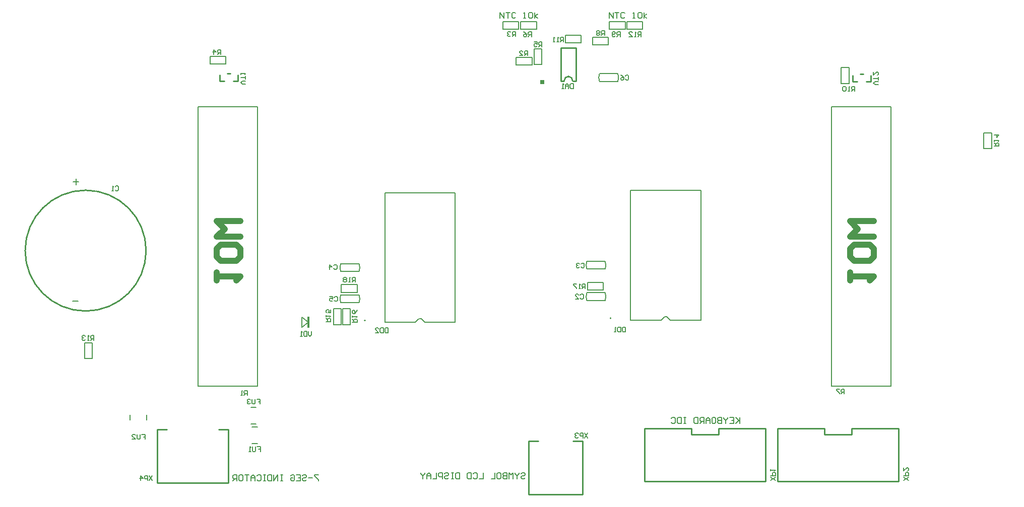
<source format=gbo>
G04 Layer_Color=32896*
%FSLAX24Y24*%
%MOIN*%
G70*
G01*
G75*
%ADD10C,0.0079*%
%ADD11C,0.0100*%
%ADD12C,0.0394*%
%ADD54C,0.0070*%
G36*
X25624Y27465D02*
X25514D01*
Y28185D01*
X25624D01*
Y27465D01*
D02*
G37*
G36*
X41163Y43604D02*
X40913D01*
Y43854D01*
X41163D01*
Y43604D01*
D02*
G37*
D10*
X45575Y28094D02*
G03*
X45575Y28094I-35J0D01*
G01*
X29325Y27944D02*
G03*
X29325Y27944I-35J0D01*
G01*
X9961Y29242D02*
X10315D01*
X10010Y37146D02*
X10364D01*
X10187Y36939D02*
Y37343D01*
X21831Y20886D02*
X22185D01*
X21831Y19783D02*
X22185D01*
X25144Y27495D02*
X25574Y27825D01*
X25144Y28155D02*
X25574Y27825D01*
X25144Y27495D02*
Y28155D01*
X21752Y22205D02*
X22106D01*
X21752Y21102D02*
X22106D01*
X13770Y21348D02*
Y21703D01*
X14872Y21348D02*
Y21703D01*
X18258Y23593D02*
Y42106D01*
Y23593D02*
X20236D01*
X22195D02*
Y42106D01*
X20236Y23593D02*
X22195D01*
X18258Y42106D02*
X20226D01*
X22195D01*
X49132Y28202D02*
X49270D01*
X48891Y27966D02*
X49127Y28202D01*
X49275D02*
X49511Y27966D01*
X46872D02*
X48891D01*
X49511D02*
X51530D01*
Y36559D01*
X46872D02*
X51530D01*
X46872Y27966D02*
Y36559D01*
X32882Y28052D02*
X33020D01*
X32641Y27816D02*
X32877Y28052D01*
X33025D02*
X33261Y27816D01*
X30622D02*
X32641D01*
X33261D02*
X35280D01*
Y36409D01*
X30622D02*
X35280D01*
X30622Y27816D02*
Y36409D01*
X60148Y23593D02*
Y42106D01*
Y23593D02*
X62126D01*
X64085D02*
Y42106D01*
X62126Y23593D02*
X64085D01*
X60148Y42106D02*
X62116D01*
X64085D01*
X45453Y47953D02*
Y48346D01*
X45715Y47953D01*
Y48346D01*
X45846D02*
X46109D01*
X45978D01*
Y47953D01*
X46502Y48281D02*
X46437Y48346D01*
X46305D01*
X46240Y48281D01*
Y48018D01*
X46305Y47953D01*
X46437D01*
X46502Y48018D01*
X47027Y47953D02*
X47158D01*
X47093D01*
Y48346D01*
X47027Y48281D01*
X47355D02*
X47421Y48346D01*
X47552D01*
X47617Y48281D01*
Y48018D01*
X47552Y47953D01*
X47421D01*
X47355Y48018D01*
Y48281D01*
X47749Y47953D02*
Y48346D01*
Y48084D02*
X47945Y48215D01*
X47749Y48084D02*
X47945Y47953D01*
X38228D02*
Y48346D01*
X38491Y47953D01*
Y48346D01*
X38622D02*
X38884D01*
X38753D01*
Y47953D01*
X39278Y48281D02*
X39212Y48346D01*
X39081D01*
X39015Y48281D01*
Y48018D01*
X39081Y47953D01*
X39212D01*
X39278Y48018D01*
X39803Y47953D02*
X39934D01*
X39868D01*
Y48346D01*
X39803Y48281D01*
X40131D02*
X40196Y48346D01*
X40327D01*
X40393Y48281D01*
Y48018D01*
X40327Y47953D01*
X40196D01*
X40131Y48018D01*
Y48281D01*
X40524Y47953D02*
Y48346D01*
Y48084D02*
X40721Y48215D01*
X40524Y48084D02*
X40721Y47953D01*
X54085Y21516D02*
Y21122D01*
Y21253D01*
X53822Y21516D01*
X54019Y21319D01*
X53822Y21122D01*
X53429Y21516D02*
X53691D01*
Y21122D01*
X53429D01*
X53691Y21319D02*
X53560D01*
X53298Y21516D02*
Y21450D01*
X53166Y21319D01*
X53035Y21450D01*
Y21516D01*
X53166Y21319D02*
Y21122D01*
X52904Y21516D02*
Y21122D01*
X52707D01*
X52642Y21188D01*
Y21253D01*
X52707Y21319D01*
X52904D01*
X52707D01*
X52642Y21384D01*
Y21450D01*
X52707Y21516D01*
X52904D01*
X52314D02*
X52445D01*
X52510Y21450D01*
Y21188D01*
X52445Y21122D01*
X52314D01*
X52248Y21188D01*
Y21450D01*
X52314Y21516D01*
X52117Y21122D02*
Y21384D01*
X51986Y21516D01*
X51854Y21384D01*
Y21122D01*
Y21319D01*
X52117D01*
X51723Y21122D02*
Y21516D01*
X51526D01*
X51461Y21450D01*
Y21319D01*
X51526Y21253D01*
X51723D01*
X51592D02*
X51461Y21122D01*
X51330Y21516D02*
Y21122D01*
X51133D01*
X51067Y21188D01*
Y21450D01*
X51133Y21516D01*
X51330D01*
X50542D02*
X50411D01*
X50477D01*
Y21122D01*
X50542D01*
X50411D01*
X50215Y21516D02*
Y21122D01*
X50018D01*
X49952Y21188D01*
Y21450D01*
X50018Y21516D01*
X50215D01*
X49559Y21450D02*
X49624Y21516D01*
X49755D01*
X49821Y21450D01*
Y21188D01*
X49755Y21122D01*
X49624D01*
X49559Y21188D01*
X39620Y17789D02*
X39685Y17854D01*
X39816D01*
X39882Y17789D01*
Y17723D01*
X39816Y17657D01*
X39685D01*
X39620Y17592D01*
Y17526D01*
X39685Y17461D01*
X39816D01*
X39882Y17526D01*
X39488Y17854D02*
Y17789D01*
X39357Y17657D01*
X39226Y17789D01*
Y17854D01*
X39357Y17657D02*
Y17461D01*
X39095D02*
Y17854D01*
X38964Y17723D01*
X38832Y17854D01*
Y17461D01*
X38701Y17854D02*
Y17461D01*
X38504D01*
X38439Y17526D01*
Y17592D01*
X38504Y17657D01*
X38701D01*
X38504D01*
X38439Y17723D01*
Y17789D01*
X38504Y17854D01*
X38701D01*
X38111D02*
X38242D01*
X38308Y17789D01*
Y17526D01*
X38242Y17461D01*
X38111D01*
X38045Y17526D01*
Y17789D01*
X38111Y17854D01*
X37914D02*
Y17461D01*
X37652D01*
X37127Y17854D02*
Y17461D01*
X36864D01*
X36471Y17789D02*
X36537Y17854D01*
X36668D01*
X36733Y17789D01*
Y17526D01*
X36668Y17461D01*
X36537D01*
X36471Y17526D01*
X36340Y17854D02*
Y17461D01*
X36143D01*
X36077Y17526D01*
Y17789D01*
X36143Y17854D01*
X36340D01*
X35553D02*
Y17461D01*
X35356D01*
X35290Y17526D01*
Y17789D01*
X35356Y17854D01*
X35553D01*
X35159D02*
X35028D01*
X35093D01*
Y17461D01*
X35159D01*
X35028D01*
X34569Y17789D02*
X34634Y17854D01*
X34765D01*
X34831Y17789D01*
Y17723D01*
X34765Y17657D01*
X34634D01*
X34569Y17592D01*
Y17526D01*
X34634Y17461D01*
X34765D01*
X34831Y17526D01*
X34437Y17461D02*
Y17854D01*
X34241D01*
X34175Y17789D01*
Y17657D01*
X34241Y17592D01*
X34437D01*
X34044Y17854D02*
Y17461D01*
X33781D01*
X33650D02*
Y17723D01*
X33519Y17854D01*
X33388Y17723D01*
Y17461D01*
Y17657D01*
X33650D01*
X33257Y17854D02*
Y17789D01*
X33126Y17657D01*
X32994Y17789D01*
Y17854D01*
X33126Y17657D02*
Y17461D01*
X26220Y17736D02*
X25958D01*
Y17671D01*
X26220Y17408D01*
Y17343D01*
X25827Y17539D02*
X25565D01*
X25171Y17671D02*
X25237Y17736D01*
X25368D01*
X25433Y17671D01*
Y17605D01*
X25368Y17539D01*
X25237D01*
X25171Y17474D01*
Y17408D01*
X25237Y17343D01*
X25368D01*
X25433Y17408D01*
X24777Y17736D02*
X25040D01*
Y17343D01*
X24777D01*
X25040Y17539D02*
X24909D01*
X24384Y17671D02*
X24449Y17736D01*
X24581D01*
X24646Y17671D01*
Y17408D01*
X24581Y17343D01*
X24449D01*
X24384Y17408D01*
Y17539D01*
X24515D01*
X23859Y17736D02*
X23728D01*
X23793D01*
Y17343D01*
X23859D01*
X23728D01*
X23531D02*
Y17736D01*
X23269Y17343D01*
Y17736D01*
X23137D02*
Y17343D01*
X22941D01*
X22875Y17408D01*
Y17671D01*
X22941Y17736D01*
X23137D01*
X22744D02*
X22613D01*
X22678D01*
Y17343D01*
X22744D01*
X22613D01*
X22154Y17671D02*
X22219Y17736D01*
X22350D01*
X22416Y17671D01*
Y17408D01*
X22350Y17343D01*
X22219D01*
X22154Y17408D01*
X22022Y17343D02*
Y17605D01*
X21891Y17736D01*
X21760Y17605D01*
Y17343D01*
Y17539D01*
X22022D01*
X21629Y17736D02*
X21366D01*
X21498D01*
Y17343D01*
X21038Y17736D02*
X21170D01*
X21235Y17671D01*
Y17408D01*
X21170Y17343D01*
X21038D01*
X20973Y17408D01*
Y17671D01*
X21038Y17736D01*
X20842Y17343D02*
Y17736D01*
X20645D01*
X20579Y17671D01*
Y17539D01*
X20645Y17474D01*
X20842D01*
X20710D02*
X20579Y17343D01*
X12782Y36808D02*
X12835Y36860D01*
X12940D01*
X12992Y36808D01*
Y36598D01*
X12940Y36545D01*
X12835D01*
X12782Y36598D01*
X12677Y36545D02*
X12572D01*
X12625D01*
Y36860D01*
X12677Y36808D01*
X11378Y26634D02*
Y26949D01*
X11221D01*
X11168Y26896D01*
Y26791D01*
X11221Y26739D01*
X11378D01*
X11273D02*
X11168Y26634D01*
X11063D02*
X10958D01*
X11011D01*
Y26949D01*
X11063Y26896D01*
X10801D02*
X10748Y26949D01*
X10643D01*
X10591Y26896D01*
Y26844D01*
X10643Y26791D01*
X10696D01*
X10643D01*
X10591Y26739D01*
Y26686D01*
X10643Y26634D01*
X10748D01*
X10801Y26686D01*
X70925Y39488D02*
X71240D01*
Y39646D01*
X71188Y39698D01*
X71083D01*
X71030Y39646D01*
Y39488D01*
Y39593D02*
X70925Y39698D01*
Y39803D02*
Y39908D01*
Y39856D01*
X71240D01*
X71188Y39803D01*
X70925Y40223D02*
X71240D01*
X71083Y40065D01*
Y40275D01*
X22172Y19587D02*
X22382D01*
Y19429D01*
X22277D01*
X22382D01*
Y19272D01*
X22067Y19587D02*
Y19324D01*
X22015Y19272D01*
X21910D01*
X21857Y19324D01*
Y19587D01*
X21752Y19272D02*
X21647D01*
X21700D01*
Y19587D01*
X21752Y19534D01*
X25778Y27214D02*
Y27005D01*
X25673Y26900D01*
X25568Y27005D01*
Y27214D01*
X25463D02*
Y26900D01*
X25305D01*
X25253Y26952D01*
Y27162D01*
X25305Y27214D01*
X25463D01*
X25148Y26900D02*
X25043D01*
X25095D01*
Y27214D01*
X25148Y27162D01*
X22152Y22736D02*
X22362D01*
Y22579D01*
X22257D01*
X22362D01*
Y22421D01*
X22047Y22736D02*
Y22474D01*
X21995Y22421D01*
X21890D01*
X21837Y22474D01*
Y22736D01*
X21732Y22684D02*
X21680Y22736D01*
X21575D01*
X21523Y22684D01*
Y22631D01*
X21575Y22579D01*
X21628D01*
X21575D01*
X21523Y22526D01*
Y22474D01*
X21575Y22421D01*
X21680D01*
X21732Y22474D01*
X14544Y20403D02*
X14754D01*
Y20246D01*
X14649D01*
X14754D01*
Y20089D01*
X14439Y20403D02*
Y20141D01*
X14387Y20089D01*
X14282D01*
X14229Y20141D01*
Y20403D01*
X13914Y20089D02*
X14124D01*
X13914Y20298D01*
Y20351D01*
X13967Y20403D01*
X14072D01*
X14124Y20351D01*
X46532Y44130D02*
X46585Y44183D01*
X46690D01*
X46742Y44130D01*
Y43921D01*
X46690Y43868D01*
X46585D01*
X46532Y43921D01*
X46217Y44183D02*
X46322Y44130D01*
X46427Y44026D01*
Y43921D01*
X46375Y43868D01*
X46270D01*
X46217Y43921D01*
Y43973D01*
X46270Y44026D01*
X46427D01*
X47559Y46742D02*
Y47057D01*
X47402D01*
X47349Y47005D01*
Y46900D01*
X47402Y46847D01*
X47559D01*
X47454D02*
X47349Y46742D01*
X47244D02*
X47139D01*
X47192D01*
Y47057D01*
X47244Y47005D01*
X46772Y46742D02*
X46982D01*
X46772Y46952D01*
Y47005D01*
X46824Y47057D01*
X46929D01*
X46982Y47005D01*
X40315Y46742D02*
Y47057D01*
X40158D01*
X40105Y47005D01*
Y46900D01*
X40158Y46847D01*
X40315D01*
X40210D02*
X40105Y46742D01*
X39790Y47057D02*
X39895Y47005D01*
X40000Y46900D01*
Y46795D01*
X39948Y46742D01*
X39843D01*
X39790Y46795D01*
Y46847D01*
X39843Y46900D01*
X40000D01*
X46181Y46742D02*
Y47057D01*
X46024D01*
X45971Y47005D01*
Y46900D01*
X46024Y46847D01*
X46181D01*
X46076D02*
X45971Y46742D01*
X45866Y46795D02*
X45814Y46742D01*
X45709D01*
X45656Y46795D01*
Y47005D01*
X45709Y47057D01*
X45814D01*
X45866Y47005D01*
Y46952D01*
X45814Y46900D01*
X45656D01*
X39262Y46752D02*
Y47067D01*
X39104D01*
X39052Y47014D01*
Y46909D01*
X39104Y46857D01*
X39262D01*
X39157D02*
X39052Y46752D01*
X38947Y47014D02*
X38894Y47067D01*
X38790D01*
X38737Y47014D01*
Y46962D01*
X38790Y46909D01*
X38842D01*
X38790D01*
X38737Y46857D01*
Y46804D01*
X38790Y46752D01*
X38894D01*
X38947Y46804D01*
X42431Y46398D02*
Y46712D01*
X42274D01*
X42221Y46660D01*
Y46555D01*
X42274Y46503D01*
X42431D01*
X42326D02*
X42221Y46398D01*
X42116D02*
X42011D01*
X42064D01*
Y46712D01*
X42116Y46660D01*
X41854Y46398D02*
X41749D01*
X41801D01*
Y46712D01*
X41854Y46660D01*
X45148Y46821D02*
Y47136D01*
X44990D01*
X44938Y47083D01*
Y46978D01*
X44990Y46926D01*
X45148D01*
X45043D02*
X44938Y46821D01*
X44833Y47083D02*
X44780Y47136D01*
X44675D01*
X44623Y47083D01*
Y47031D01*
X44675Y46978D01*
X44623Y46926D01*
Y46873D01*
X44675Y46821D01*
X44780D01*
X44833Y46873D01*
Y46926D01*
X44780Y46978D01*
X44833Y47031D01*
Y47083D01*
X44780Y46978D02*
X44675D01*
X41014Y46073D02*
Y46388D01*
X40856D01*
X40804Y46335D01*
Y46230D01*
X40856Y46178D01*
X41014D01*
X40909D02*
X40804Y46073D01*
X40489Y46388D02*
X40699D01*
Y46230D01*
X40594Y46283D01*
X40541D01*
X40489Y46230D01*
Y46125D01*
X40541Y46073D01*
X40646D01*
X40699Y46125D01*
X40059Y45482D02*
Y45797D01*
X39902D01*
X39849Y45745D01*
Y45640D01*
X39902Y45587D01*
X40059D01*
X39954D02*
X39849Y45482D01*
X39534D02*
X39744D01*
X39534Y45692D01*
Y45745D01*
X39587Y45797D01*
X39692D01*
X39744Y45745D01*
X61693Y43130D02*
Y43445D01*
X61535D01*
X61483Y43392D01*
Y43287D01*
X61535Y43235D01*
X61693D01*
X61588D02*
X61483Y43130D01*
X61378D02*
X61273D01*
X61326D01*
Y43445D01*
X61378Y43392D01*
X61116D02*
X61063Y43445D01*
X60958D01*
X60906Y43392D01*
Y43182D01*
X60958Y43130D01*
X61063D01*
X61116Y43182D01*
Y43392D01*
X43081Y43622D02*
Y43307D01*
X42923D01*
X42871Y43360D01*
Y43569D01*
X42923Y43622D01*
X43081D01*
X42766Y43307D02*
Y43517D01*
X42661Y43622D01*
X42556Y43517D01*
Y43307D01*
Y43465D01*
X42766D01*
X42451Y43307D02*
X42346D01*
X42399D01*
Y43622D01*
X42451Y43569D01*
X19764Y45561D02*
Y45876D01*
X19606D01*
X19554Y45823D01*
Y45718D01*
X19606Y45666D01*
X19764D01*
X19659D02*
X19554Y45561D01*
X19291D02*
Y45876D01*
X19449Y45718D01*
X19239D01*
X21407Y43602D02*
X21197D01*
X21093Y43707D01*
X21197Y43812D01*
X21407D01*
Y43917D02*
Y44127D01*
Y44022D01*
X21093D01*
Y44232D02*
Y44337D01*
Y44285D01*
X21407D01*
X21355Y44232D01*
X63258Y43553D02*
X63048D01*
X62943Y43658D01*
X63048Y43763D01*
X63258D01*
Y43868D02*
Y44078D01*
Y43973D01*
X62943D01*
Y44393D02*
Y44183D01*
X63153Y44393D01*
X63205D01*
X63258Y44340D01*
Y44235D01*
X63205Y44183D01*
X43540Y29632D02*
X43593Y29685D01*
X43698D01*
X43750Y29632D01*
Y29423D01*
X43698Y29370D01*
X43593D01*
X43540Y29423D01*
X43225Y29370D02*
X43435D01*
X43225Y29580D01*
Y29632D01*
X43278Y29685D01*
X43383D01*
X43435Y29632D01*
X43599Y31690D02*
X43652Y31742D01*
X43757D01*
X43809Y31690D01*
Y31480D01*
X43757Y31427D01*
X43652D01*
X43599Y31480D01*
X43494Y31690D02*
X43442Y31742D01*
X43337D01*
X43284Y31690D01*
Y31637D01*
X43337Y31585D01*
X43389D01*
X43337D01*
X43284Y31532D01*
Y31480D01*
X43337Y31427D01*
X43442D01*
X43494Y31480D01*
X27241Y31591D02*
X27293Y31644D01*
X27398D01*
X27451Y31591D01*
Y31381D01*
X27398Y31329D01*
X27293D01*
X27241Y31381D01*
X26978Y31329D02*
Y31644D01*
X27136Y31486D01*
X26926D01*
X27280Y29475D02*
X27333Y29527D01*
X27438D01*
X27490Y29475D01*
Y29265D01*
X27438Y29213D01*
X27333D01*
X27280Y29265D01*
X26965Y29527D02*
X27175D01*
Y29370D01*
X27070Y29423D01*
X27018D01*
X26965Y29370D01*
Y29265D01*
X27018Y29213D01*
X27123D01*
X27175Y29265D01*
X46535Y27510D02*
Y27195D01*
X46378D01*
X46326Y27247D01*
Y27457D01*
X46378Y27510D01*
X46535D01*
X46221D02*
Y27195D01*
X46063D01*
X46011Y27247D01*
Y27457D01*
X46063Y27510D01*
X46221D01*
X45906Y27195D02*
X45801D01*
X45853D01*
Y27510D01*
X45906Y27457D01*
X30837Y27461D02*
Y27146D01*
X30679D01*
X30627Y27198D01*
Y27408D01*
X30679Y27461D01*
X30837D01*
X30522D02*
Y27146D01*
X30364D01*
X30312Y27198D01*
Y27408D01*
X30364Y27461D01*
X30522D01*
X29997Y27146D02*
X30207D01*
X29997Y27356D01*
Y27408D01*
X30049Y27461D01*
X30154D01*
X30207Y27408D01*
X21516Y22992D02*
Y23307D01*
X21358D01*
X21306Y23255D01*
Y23150D01*
X21358Y23097D01*
X21516D01*
X21411D02*
X21306Y22992D01*
X21201D02*
X21096D01*
X21148D01*
Y23307D01*
X21201Y23255D01*
X61014Y23081D02*
Y23396D01*
X60856D01*
X60804Y23343D01*
Y23238D01*
X60856Y23186D01*
X61014D01*
X60909D02*
X60804Y23081D01*
X60699Y23396D02*
X60489D01*
Y23343D01*
X60699Y23133D01*
Y23081D01*
X26732Y27874D02*
X27047D01*
Y28031D01*
X26995Y28084D01*
X26890D01*
X26837Y28031D01*
Y27874D01*
Y27979D02*
X26732Y28084D01*
Y28189D02*
Y28294D01*
Y28241D01*
X27047D01*
X26995Y28189D01*
X27047Y28661D02*
Y28451D01*
X26890D01*
X26942Y28556D01*
Y28609D01*
X26890Y28661D01*
X26785D01*
X26732Y28609D01*
Y28504D01*
X26785Y28451D01*
X28474Y27835D02*
X28789D01*
Y27992D01*
X28737Y28045D01*
X28632D01*
X28579Y27992D01*
Y27835D01*
Y27940D02*
X28474Y28045D01*
Y28149D02*
Y28254D01*
Y28202D01*
X28789D01*
X28737Y28149D01*
X28789Y28622D02*
X28737Y28517D01*
X28632Y28412D01*
X28527D01*
X28474Y28464D01*
Y28569D01*
X28527Y28622D01*
X28579D01*
X28632Y28569D01*
Y28412D01*
X43868Y30049D02*
Y30364D01*
X43711D01*
X43658Y30312D01*
Y30207D01*
X43711Y30154D01*
X43868D01*
X43763D02*
X43658Y30049D01*
X43553D02*
X43448D01*
X43501D01*
Y30364D01*
X43553Y30312D01*
X43291Y30364D02*
X43081D01*
Y30312D01*
X43291Y30102D01*
Y30049D01*
X28661Y30492D02*
Y30807D01*
X28504D01*
X28452Y30755D01*
Y30650D01*
X28504Y30597D01*
X28661D01*
X28556D02*
X28452Y30492D01*
X28347D02*
X28242D01*
X28294D01*
Y30807D01*
X28347Y30755D01*
X28084D02*
X28032Y30807D01*
X27927D01*
X27874Y30755D01*
Y30702D01*
X27927Y30650D01*
X27874Y30597D01*
Y30545D01*
X27927Y30492D01*
X28032D01*
X28084Y30545D01*
Y30597D01*
X28032Y30650D01*
X28084Y30702D01*
Y30755D01*
X28032Y30650D02*
X27927D01*
X56460Y17355D02*
X56145Y17565D01*
X56460D02*
X56145Y17355D01*
Y17670D02*
X56460D01*
Y17827D01*
X56407Y17880D01*
X56302D01*
X56250Y17827D01*
Y17670D01*
X56145Y17985D02*
Y18090D01*
Y18037D01*
X56460D01*
X56407Y17985D01*
X65260Y17355D02*
X64945Y17565D01*
X65260D02*
X64945Y17355D01*
Y17670D02*
X65260D01*
Y17827D01*
X65207Y17880D01*
X65102D01*
X65050Y17827D01*
Y17670D01*
X64945Y18195D02*
Y17985D01*
X65155Y18195D01*
X65207D01*
X65260Y18142D01*
Y18037D01*
X65207Y17985D01*
X44045Y20492D02*
X43835Y20177D01*
Y20492D02*
X44045Y20177D01*
X43730D02*
Y20492D01*
X43573D01*
X43521Y20440D01*
Y20335D01*
X43573Y20282D01*
X43730D01*
X43416Y20440D02*
X43363Y20492D01*
X43258D01*
X43206Y20440D01*
Y20387D01*
X43258Y20335D01*
X43311D01*
X43258D01*
X43206Y20282D01*
Y20230D01*
X43258Y20177D01*
X43363D01*
X43416Y20230D01*
X15246Y17667D02*
X15036Y17352D01*
Y17667D02*
X15246Y17352D01*
X14931D02*
Y17667D01*
X14774D01*
X14721Y17615D01*
Y17510D01*
X14774Y17457D01*
X14931D01*
X14459Y17352D02*
Y17667D01*
X14616Y17510D01*
X14406D01*
D11*
X14827Y32569D02*
G03*
X14827Y32569I-4000J0D01*
G01*
X43041Y43806D02*
G03*
X42482Y43825I-279J19D01*
G01*
X43263Y43804D02*
Y46004D01*
X42263Y43804D02*
Y46004D01*
X43263D01*
X43063Y43804D02*
X43263D01*
X42263D02*
X42463D01*
X19682Y43783D02*
X19982D01*
X20882D02*
Y44183D01*
X20582Y43783D02*
X20882D01*
X20182Y44283D02*
X20382D01*
X19682Y43783D02*
Y44183D01*
X61572Y43773D02*
X61872D01*
X62772D02*
Y44173D01*
X62472Y43773D02*
X62772D01*
X62072Y44273D02*
X62272D01*
X61572Y43773D02*
Y44173D01*
X56600Y17300D02*
X64600D01*
X61500Y20800D02*
X64600D01*
X56600D02*
X59700D01*
Y20400D02*
X61500D01*
X64600Y17300D02*
Y20800D01*
X56600Y17300D02*
Y20800D01*
X61500Y20400D02*
Y20800D01*
X59700Y20400D02*
Y20800D01*
X47800Y17300D02*
X55800D01*
X52700Y20800D02*
X55800D01*
X47800D02*
X50900D01*
Y20400D02*
X52700D01*
X55800Y17300D02*
Y20800D01*
X47800Y17300D02*
Y20800D01*
X52700Y20400D02*
Y20800D01*
X50900Y20400D02*
Y20800D01*
X40138Y16446D02*
X43681D01*
X43051Y19950D02*
X43681D01*
X40138D02*
X40768D01*
X43681Y16446D02*
Y19950D01*
X40138Y16446D02*
Y19950D01*
X15551Y17212D02*
Y20716D01*
X20276Y17212D02*
Y20716D01*
X15551Y17212D02*
X20276D01*
X19646Y20716D02*
X20276D01*
X15551D02*
X16181D01*
D12*
X19498Y30600D02*
Y31125D01*
Y30863D01*
X21072D01*
X20810Y30600D01*
Y31912D02*
X21072Y32175D01*
Y32699D01*
X20810Y32962D01*
X19760D01*
X19498Y32699D01*
Y32175D01*
X19760Y31912D01*
X20810D01*
X21072Y33487D02*
X19498D01*
X20023Y34011D01*
X19498Y34536D01*
X21072D01*
X61388Y30600D02*
Y31125D01*
Y30863D01*
X62962D01*
X62700Y30600D01*
Y31912D02*
X62962Y32175D01*
Y32699D01*
X62700Y32962D01*
X61650D01*
X61388Y32699D01*
Y32175D01*
X61650Y31912D01*
X62700D01*
X62962Y33487D02*
X61388D01*
X61913Y34011D01*
X61388Y34536D01*
X62962D01*
D54*
X44820Y44280D02*
G03*
X44820Y43770I609J-255D01*
G01*
X46027D02*
G03*
X46027Y44280I-608J256D01*
G01*
X43983Y29783D02*
G03*
X43982Y29273I608J-256D01*
G01*
X45190D02*
G03*
X45190Y29783I-609J255D01*
G01*
X43983Y31860D02*
G03*
X43982Y31350I608J-256D01*
G01*
X45190D02*
G03*
X45190Y31860I-609J255D01*
G01*
X27703Y31703D02*
G03*
X27703Y31192I608J-256D01*
G01*
X28911D02*
G03*
X28910Y31703I-609J255D01*
G01*
X27703Y29636D02*
G03*
X27703Y29125I608J-256D01*
G01*
X28911D02*
G03*
X28910Y29636I-609J255D01*
G01*
X11260Y25423D02*
Y26467D01*
X10748Y25423D02*
Y26467D01*
X11260D01*
X10748Y25423D02*
X11260D01*
X70748Y39321D02*
Y40364D01*
X70236Y39321D02*
Y40364D01*
X70748D01*
X70236Y39321D02*
X70748D01*
X44824Y44281D02*
X46024D01*
X44823Y43770D02*
X46024D01*
X46634Y47736D02*
X47677D01*
X46634Y47224D02*
X47677D01*
X46634D02*
Y47736D01*
X47677Y47224D02*
Y47736D01*
X39606D02*
X40650D01*
X39606Y47224D02*
X40650D01*
X39606D02*
Y47736D01*
X40650Y47224D02*
Y47736D01*
X45472D02*
X46516D01*
X45472Y47224D02*
X46516D01*
X45472D02*
Y47736D01*
X46516Y47224D02*
Y47736D01*
X38435D02*
X39478D01*
X38435Y47224D02*
X39478D01*
X38435D02*
Y47736D01*
X39478Y47224D02*
Y47736D01*
X42559Y46329D02*
X43602D01*
X42559Y46841D02*
X43602D01*
Y46329D02*
Y46841D01*
X42559Y46329D02*
Y46841D01*
X44360Y46181D02*
X45404D01*
X44360Y46693D02*
X45404D01*
Y46181D02*
Y46693D01*
X44360Y46181D02*
Y46693D01*
X40482Y44892D02*
Y45935D01*
X40994Y44892D02*
Y45935D01*
X40482Y44892D02*
X40994D01*
X40482Y45935D02*
X40994D01*
X39311Y45364D02*
X40354D01*
X39311Y44852D02*
X40354D01*
X39311D02*
Y45364D01*
X40354Y44852D02*
Y45364D01*
X60807Y43642D02*
Y44685D01*
X61319Y43642D02*
Y44685D01*
X60807Y43642D02*
X61319D01*
X60807Y44685D02*
X61319D01*
X19055Y45433D02*
X20098D01*
X19055Y44921D02*
X20098D01*
X19055D02*
Y45433D01*
X20098Y44921D02*
Y45433D01*
X28327Y27677D02*
Y28720D01*
X27815Y27677D02*
Y28720D01*
X28327D01*
X27815Y27677D02*
X28327D01*
X27726D02*
Y28720D01*
X27215Y27677D02*
Y28720D01*
X27726D01*
X27215Y27677D02*
X27726D01*
X44026Y29951D02*
X45069D01*
X44026Y30463D02*
X45069D01*
Y29951D02*
Y30463D01*
X44026Y29951D02*
Y30463D01*
X27746Y29803D02*
X28789D01*
X27746Y30315D02*
X28789D01*
Y29803D02*
Y30315D01*
X27746Y29803D02*
Y30315D01*
X43986Y29783D02*
X45187D01*
X43986Y29273D02*
X45186D01*
X43986Y31860D02*
X45187D01*
X43986Y31349D02*
X45186D01*
X27707Y31703D02*
X28907D01*
X27707Y31192D02*
X28907D01*
X27707Y29636D02*
X28907D01*
X27707Y29125D02*
X28907D01*
M02*

</source>
